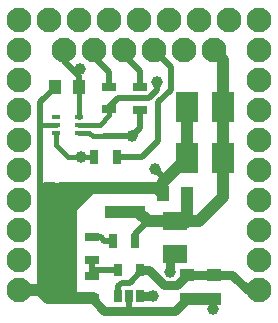
<source format=gbr>
G04 #@! TF.FileFunction,Copper,L1,Top,Signal*
%FSLAX46Y46*%
G04 Gerber Fmt 4.6, Leading zero omitted, Abs format (unit mm)*
G04 Created by KiCad (PCBNEW 4.0.6) date 04/09/19 16:20:26*
%MOMM*%
%LPD*%
G01*
G04 APERTURE LIST*
%ADD10C,0.100000*%
%ADD11C,2.100000*%
%ADD12R,0.650000X0.400000*%
%ADD13R,1.300000X0.700000*%
%ADD14R,0.700000X1.300000*%
%ADD15R,0.650000X1.060000*%
%ADD16R,1.250000X1.000000*%
%ADD17R,1.000000X1.250000*%
%ADD18R,2.000000X1.500000*%
%ADD19R,1.950000X2.500000*%
%ADD20C,1.000000*%
%ADD21C,0.750000*%
%ADD22C,0.500000*%
%ADD23C,1.000000*%
%ADD24C,0.250000*%
%ADD25C,0.400000*%
G04 APERTURE END LIST*
D10*
D11*
X157761000Y-67845000D03*
X155221000Y-67845000D03*
X152681000Y-67845000D03*
X150141000Y-67845000D03*
X147601000Y-67845000D03*
X145061000Y-67845000D03*
D12*
X144401000Y-73505000D03*
X144401000Y-74805000D03*
X146301000Y-74155000D03*
X144401000Y-74155000D03*
X146301000Y-74805000D03*
X146301000Y-73505000D03*
D11*
X161571000Y-67845000D03*
X161571000Y-70385000D03*
X161571000Y-72925000D03*
X161571000Y-75465000D03*
X161571000Y-78005000D03*
X161571000Y-80545000D03*
X161571000Y-83085000D03*
X161571000Y-85625000D03*
X161571000Y-88165000D03*
X161571000Y-65305000D03*
X159031000Y-65305000D03*
X156491000Y-65305000D03*
X153951000Y-65305000D03*
X151411000Y-65305000D03*
X148871000Y-65305000D03*
X146331000Y-65305000D03*
X143791000Y-65305000D03*
X141251000Y-65305000D03*
X141251000Y-67845000D03*
X141251000Y-70385000D03*
X141251000Y-72925000D03*
X141251000Y-75465000D03*
X141251000Y-78005000D03*
X141251000Y-80545000D03*
X141251000Y-83085000D03*
X141251000Y-85625000D03*
X141251000Y-88165000D03*
D13*
X147411000Y-83675000D03*
X147411000Y-85575000D03*
X147411000Y-86925000D03*
X147411000Y-88825000D03*
D14*
X147611000Y-76865000D03*
X149511000Y-76865000D03*
D13*
X151471000Y-72855000D03*
X151471000Y-70955000D03*
X148891000Y-72845000D03*
X148891000Y-70945000D03*
D15*
X149621000Y-88635000D03*
X150571000Y-88635000D03*
X151521000Y-88635000D03*
X151521000Y-86435000D03*
X149621000Y-86435000D03*
D16*
X157761000Y-86865000D03*
X157761000Y-88865000D03*
X155451000Y-86865000D03*
X155451000Y-88865000D03*
D17*
X155441000Y-80025000D03*
X153441000Y-80025000D03*
D14*
X151071000Y-83975000D03*
X149171000Y-83975000D03*
D18*
X154431000Y-85115000D03*
X154431000Y-82315000D03*
D16*
X151351000Y-81525000D03*
X151351000Y-79525000D03*
X149131000Y-81525000D03*
X149131000Y-79525000D03*
D19*
X158536000Y-76975000D03*
X155486000Y-76975000D03*
X158546000Y-72675000D03*
X155496000Y-72675000D03*
D17*
X146331000Y-70925000D03*
X144331000Y-70925000D03*
D20*
X157711000Y-89775000D03*
X152801000Y-77895000D03*
X146461000Y-76865000D03*
X150781000Y-75105000D03*
X152961000Y-70555000D03*
X146421000Y-69405000D03*
X152621000Y-88635000D03*
X154061000Y-86625000D03*
D21*
X157761000Y-86865000D02*
X159301000Y-86865000D01*
X159301000Y-86865000D02*
X160601000Y-88165000D01*
X160601000Y-88165000D02*
X161571000Y-88165000D01*
X155451000Y-86865000D02*
X157761000Y-86865000D01*
D22*
X151521000Y-86435000D02*
X151521000Y-86615000D01*
X151521000Y-86615000D02*
X150611000Y-87525000D01*
X149621000Y-87835000D02*
X149621000Y-88635000D01*
X149931000Y-87525000D02*
X149621000Y-87835000D01*
X150611000Y-87525000D02*
X149931000Y-87525000D01*
D21*
X151521000Y-86435000D02*
X152271000Y-86435000D01*
X154601000Y-87715000D02*
X155451000Y-86865000D01*
X153551000Y-87715000D02*
X154601000Y-87715000D01*
X152271000Y-86435000D02*
X153551000Y-87715000D01*
X160601000Y-88165000D02*
X161571000Y-88165000D01*
X160601000Y-88165000D02*
X161571000Y-88165000D01*
D22*
X150571000Y-88635000D02*
X150571000Y-89875000D01*
D21*
X147411000Y-88825000D02*
X148461000Y-89875000D01*
X154441000Y-89875000D02*
X155451000Y-88865000D01*
X148461000Y-89875000D02*
X150571000Y-89875000D01*
X150571000Y-89875000D02*
X154441000Y-89875000D01*
D23*
X144821000Y-79525000D02*
X144821000Y-87765000D01*
X144151000Y-79525000D02*
X143511000Y-79525000D01*
X144821000Y-87765000D02*
X144631000Y-87575000D01*
X144631000Y-87575000D02*
X144631000Y-87775000D01*
X144631000Y-87775000D02*
X144151000Y-87295000D01*
X144151000Y-87295000D02*
X144151000Y-79525000D01*
D22*
X157771000Y-89715000D02*
X157761000Y-88865000D01*
X157711000Y-89775000D02*
X157771000Y-89715000D01*
D23*
X151351000Y-79525000D02*
X152941000Y-79525000D01*
X152941000Y-79525000D02*
X153441000Y-80025000D01*
D24*
X153441000Y-78535000D02*
X153441000Y-80025000D01*
D22*
X152801000Y-77895000D02*
X153441000Y-78535000D01*
X153441000Y-80025000D02*
X153441000Y-79015000D01*
X153441000Y-79015000D02*
X155481000Y-76975000D01*
X155481000Y-76975000D02*
X155486000Y-76975000D01*
D23*
X153441000Y-79015000D02*
X155486000Y-76975000D01*
D22*
X153441000Y-80025000D02*
X153271000Y-80025000D01*
D25*
X147411000Y-88825000D02*
X143691000Y-88825000D01*
X143691000Y-88825000D02*
X143031000Y-88165000D01*
X143031000Y-88165000D02*
X141251000Y-88165000D01*
D23*
X155451000Y-88865000D02*
X157761000Y-88865000D01*
X145631000Y-81135000D02*
X145741000Y-81135000D01*
X145741000Y-81135000D02*
X147351000Y-79525000D01*
X143511000Y-79525000D02*
X143511000Y-79525000D01*
X143511000Y-79525000D02*
X143511000Y-87815000D01*
X143511000Y-87815000D02*
X144051000Y-88355000D01*
X144051000Y-88355000D02*
X145591000Y-88355000D01*
X145591000Y-88355000D02*
X145631000Y-88315000D01*
X145631000Y-88315000D02*
X145631000Y-81135000D01*
X145631000Y-79525000D02*
X144821000Y-79525000D01*
X149131000Y-79525000D02*
X147351000Y-79525000D01*
X147351000Y-79525000D02*
X145631000Y-79525000D01*
X145631000Y-81135000D02*
X145631000Y-79525000D01*
X147411000Y-88825000D02*
X147491000Y-88825000D01*
X147411000Y-88825000D02*
X143691000Y-88825000D01*
X143691000Y-88825000D02*
X143031000Y-88165000D01*
X143031000Y-88165000D02*
X141251000Y-88165000D01*
X153391000Y-79525000D02*
X153441000Y-79475000D01*
X153441000Y-79475000D02*
X153441000Y-80025000D01*
X149131000Y-79525000D02*
X151351000Y-79525000D01*
X155496000Y-72675000D02*
X155486000Y-76975000D01*
D22*
X143031000Y-88165000D02*
X143031000Y-81095000D01*
X143031000Y-81095000D02*
X143031000Y-80425000D01*
D21*
X141251000Y-88165000D02*
X143031000Y-88165000D01*
D25*
X144401000Y-74155000D02*
X143031000Y-74155000D01*
D22*
X143031000Y-72425000D02*
X143031000Y-72235000D01*
X143031000Y-74155000D02*
X143031000Y-72425000D01*
X143031000Y-80425000D02*
X143031000Y-74155000D01*
X143031000Y-72235000D02*
X144341000Y-70925000D01*
D23*
X157761000Y-67845000D02*
X157761000Y-67875000D01*
X157761000Y-67875000D02*
X158546000Y-68660000D01*
X158546000Y-68660000D02*
X158546000Y-72675000D01*
D22*
X151071000Y-83975000D02*
X151071000Y-83385000D01*
X151071000Y-83385000D02*
X152141000Y-82315000D01*
D23*
X149131000Y-81525000D02*
X151351000Y-81525000D01*
X151351000Y-81525000D02*
X152141000Y-82315000D01*
X152141000Y-82315000D02*
X154431000Y-82315000D01*
X155441000Y-80025000D02*
X155441000Y-82315000D01*
X155441000Y-82315000D02*
X155441000Y-82335000D01*
X155441000Y-82335000D02*
X155441000Y-82315000D01*
X154431000Y-82315000D02*
X155441000Y-82315000D01*
X155441000Y-82315000D02*
X156521000Y-82315000D01*
X158541000Y-80295000D02*
X158536000Y-76975000D01*
X156521000Y-82315000D02*
X158541000Y-80295000D01*
X158546000Y-72675000D02*
X158536000Y-76975000D01*
X158136000Y-68220000D02*
X157761000Y-67845000D01*
D25*
X144401000Y-74805000D02*
X144401000Y-75855000D01*
X145411000Y-76865000D02*
X146461000Y-76865000D01*
X146461000Y-76865000D02*
X147611000Y-76865000D01*
X144401000Y-75855000D02*
X145411000Y-76865000D01*
D22*
X150786000Y-75100000D02*
X150781000Y-75105000D01*
X151471000Y-72855000D02*
X151471000Y-74415000D01*
X150786000Y-75100000D02*
X151471000Y-74415000D01*
X150781000Y-75105000D02*
X150011000Y-75105000D01*
X150011000Y-75105000D02*
X148431000Y-75105000D01*
D25*
X148431000Y-75105000D02*
X147491000Y-75105000D01*
X147191000Y-74805000D02*
X146301000Y-74805000D01*
X147491000Y-75105000D02*
X147191000Y-74805000D01*
D22*
X152291000Y-71905000D02*
X152291000Y-71885000D01*
X149641000Y-71905000D02*
X152291000Y-71905000D01*
X148891000Y-72655000D02*
X149641000Y-71905000D01*
X152961000Y-71215000D02*
X152961000Y-70555000D01*
X152291000Y-71885000D02*
X152961000Y-71215000D01*
X152961000Y-70555000D02*
X152961000Y-70785000D01*
D25*
X148891000Y-72845000D02*
X148891000Y-73345000D01*
X148081000Y-74155000D02*
X146301000Y-74155000D01*
X148081000Y-74155000D02*
X148891000Y-73345000D01*
D22*
X146341000Y-70925000D02*
X146341000Y-70015000D01*
D25*
X146301000Y-70965000D02*
X146341000Y-70925000D01*
D22*
X146341000Y-70015000D02*
X146076000Y-69750000D01*
X146421000Y-69405000D02*
X146076000Y-69750000D01*
X146076000Y-69770000D02*
X146076000Y-69750000D01*
D25*
X146301000Y-73505000D02*
X146301000Y-70965000D01*
D22*
X145061000Y-68755000D02*
X146076000Y-69770000D01*
X145061000Y-67845000D02*
X145061000Y-68755000D01*
X153041000Y-72215000D02*
X153051000Y-72215000D01*
X151661000Y-76865000D02*
X153041000Y-75485000D01*
X153041000Y-75485000D02*
X153041000Y-72215000D01*
X154101000Y-70595000D02*
X154101000Y-69265000D01*
X152681000Y-67845000D02*
X154101000Y-69265000D01*
X151661000Y-76865000D02*
X149511000Y-76865000D01*
X154101000Y-71165000D02*
X154101000Y-70595000D01*
X153051000Y-72215000D02*
X154101000Y-71165000D01*
X151471000Y-70955000D02*
X151471000Y-69585000D01*
X151471000Y-69585000D02*
X150141000Y-68255000D01*
X150141000Y-67845000D02*
X150141000Y-68255000D01*
X148891000Y-70945000D02*
X148891000Y-69665000D01*
X148891000Y-69665000D02*
X147601000Y-68375000D01*
X147601000Y-67845000D02*
X147601000Y-68375000D01*
D21*
X151941000Y-88635000D02*
X152621000Y-88635000D01*
D22*
X151521000Y-88635000D02*
X151941000Y-88635000D01*
D21*
X154061000Y-85165000D02*
X154061000Y-86625000D01*
X154061000Y-86625000D02*
X154051000Y-86625000D01*
X154431000Y-85115000D02*
X154111000Y-85115000D01*
X154111000Y-85115000D02*
X154061000Y-85165000D01*
D22*
X149621000Y-86435000D02*
X147411000Y-86435000D01*
X147411000Y-86925000D02*
X147411000Y-86435000D01*
X147411000Y-86435000D02*
X147411000Y-85575000D01*
X147411000Y-83675000D02*
X148181000Y-83675000D01*
X148481000Y-83975000D02*
X149171000Y-83975000D01*
X148181000Y-83675000D02*
X148481000Y-83975000D01*
M02*

</source>
